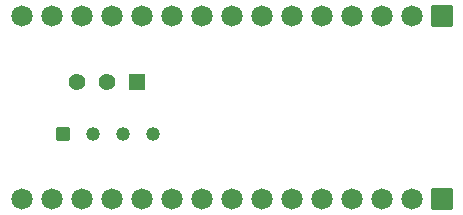
<source format=gbr>
%TF.GenerationSoftware,KiCad,Pcbnew,7.0.9*%
%TF.CreationDate,2024-02-06T13:27:41-04:00*%
%TF.ProjectId,proyecto_micro_v1,70726f79-6563-4746-9f5f-6d6963726f5f,rev?*%
%TF.SameCoordinates,Original*%
%TF.FileFunction,Soldermask,Bot*%
%TF.FilePolarity,Negative*%
%FSLAX46Y46*%
G04 Gerber Fmt 4.6, Leading zero omitted, Abs format (unit mm)*
G04 Created by KiCad (PCBNEW 7.0.9) date 2024-02-06 13:27:41*
%MOMM*%
%LPD*%
G01*
G04 APERTURE LIST*
G04 Aperture macros list*
%AMRoundRect*
0 Rectangle with rounded corners*
0 $1 Rounding radius*
0 $2 $3 $4 $5 $6 $7 $8 $9 X,Y pos of 4 corners*
0 Add a 4 corners polygon primitive as box body*
4,1,4,$2,$3,$4,$5,$6,$7,$8,$9,$2,$3,0*
0 Add four circle primitives for the rounded corners*
1,1,$1+$1,$2,$3*
1,1,$1+$1,$4,$5*
1,1,$1+$1,$6,$7*
1,1,$1+$1,$8,$9*
0 Add four rect primitives between the rounded corners*
20,1,$1+$1,$2,$3,$4,$5,0*
20,1,$1+$1,$4,$5,$6,$7,0*
20,1,$1+$1,$6,$7,$8,$9,0*
20,1,$1+$1,$8,$9,$2,$3,0*%
G04 Aperture macros list end*
%ADD10RoundRect,0.102000X-0.610000X-0.610000X0.610000X-0.610000X0.610000X0.610000X-0.610000X0.610000X0*%
%ADD11C,1.424000*%
%ADD12RoundRect,0.102000X-0.802500X-0.802500X0.802500X-0.802500X0.802500X0.802500X-0.802500X0.802500X0*%
%ADD13C,1.809000*%
%ADD14RoundRect,0.102000X-0.492500X-0.492500X0.492500X-0.492500X0.492500X0.492500X-0.492500X0.492500X0*%
%ADD15C,1.189000*%
G04 APERTURE END LIST*
D10*
%TO.C,J1*%
X168442500Y-73690000D03*
D11*
X165902500Y-73690000D03*
X163362500Y-73690000D03*
%TD*%
D12*
%TO.C,J4*%
X194252000Y-68053000D03*
D13*
X191712000Y-68053000D03*
X189172000Y-68053000D03*
X186632000Y-68053000D03*
X184092000Y-68053000D03*
X181552000Y-68053000D03*
X179012000Y-68053000D03*
X176472000Y-68053000D03*
X173932000Y-68053000D03*
X171392000Y-68053000D03*
X168852000Y-68053000D03*
X166312000Y-68053000D03*
X163772000Y-68053000D03*
X161232000Y-68053000D03*
X158692000Y-68053000D03*
%TD*%
D14*
%TO.C,J2*%
X162150000Y-78040000D03*
D15*
X164690000Y-78040000D03*
X167230000Y-78040000D03*
X169770000Y-78040000D03*
%TD*%
D12*
%TO.C,J3*%
X194250000Y-83590000D03*
D13*
X191710000Y-83590000D03*
X189170000Y-83590000D03*
X186630000Y-83590000D03*
X184090000Y-83590000D03*
X181550000Y-83590000D03*
X179010000Y-83590000D03*
X176470000Y-83590000D03*
X173930000Y-83590000D03*
X171390000Y-83590000D03*
X168850000Y-83590000D03*
X166310000Y-83590000D03*
X163770000Y-83590000D03*
X161230000Y-83590000D03*
X158690000Y-83590000D03*
%TD*%
M02*

</source>
